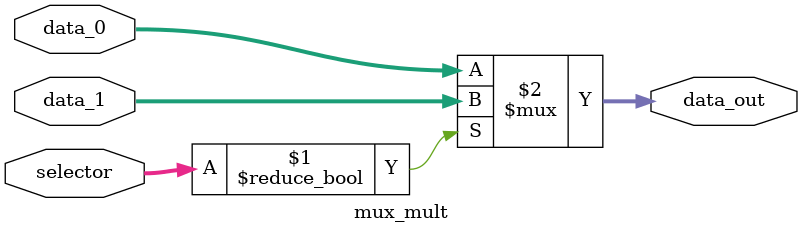
<source format=v>


module mux_mult(
    input wire [1:0] selector,
    input wire [31:0] data_0,
    input wire [31:0] data_1,
    output wire [31:0] data_out
);

    assign data_out = (selector) ? data_1 : data_0;

endmodule
</source>
